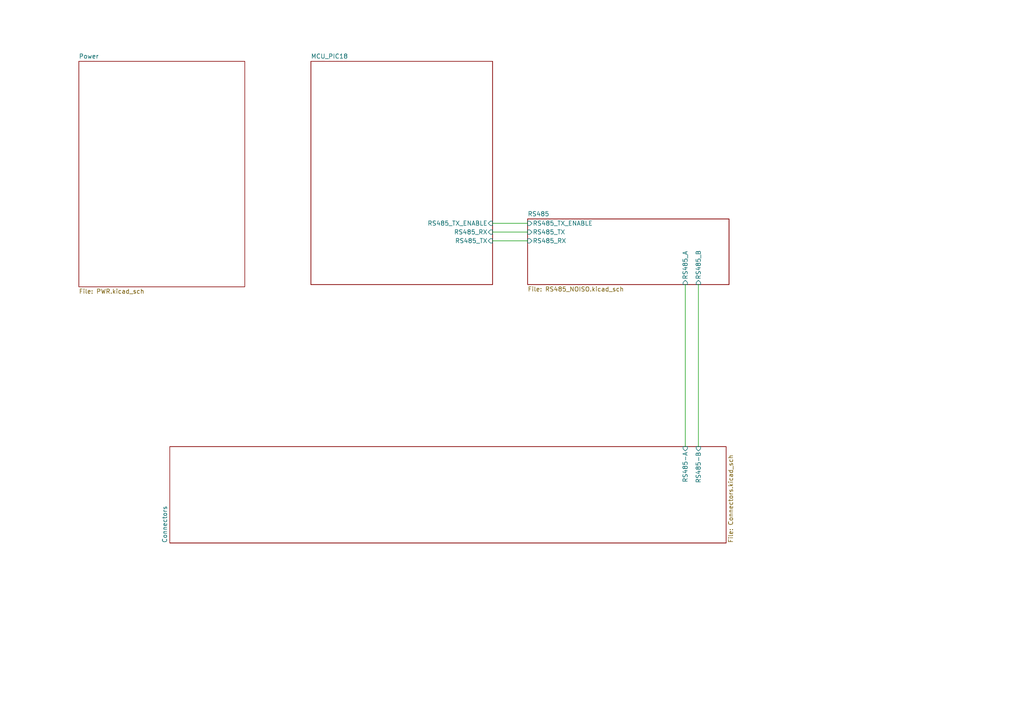
<source format=kicad_sch>
(kicad_sch
	(version 20231120)
	(generator "eeschema")
	(generator_version "8.0")
	(uuid "39f6a29b-973f-4b6e-a1cb-3dcd9df291ad")
	(paper "A4")
	(lib_symbols)
	(wire
		(pts
			(xy 142.875 69.85) (xy 153.035 69.85)
		)
		(stroke
			(width 0)
			(type default)
		)
		(uuid "1ee86b3b-2128-4400-b338-4400a8630987")
	)
	(wire
		(pts
			(xy 202.565 82.55) (xy 202.565 129.54)
		)
		(stroke
			(width 0)
			(type default)
		)
		(uuid "45597883-9417-40d8-9903-46579559d683")
	)
	(wire
		(pts
			(xy 142.875 67.31) (xy 153.035 67.31)
		)
		(stroke
			(width 0)
			(type default)
		)
		(uuid "8efa7b62-e43b-4ddd-877e-a2ed131be4a9")
	)
	(wire
		(pts
			(xy 142.875 64.77) (xy 153.035 64.77)
		)
		(stroke
			(width 0)
			(type default)
		)
		(uuid "a7e18eb9-f553-47bf-9db1-95a063242342")
	)
	(wire
		(pts
			(xy 198.755 82.55) (xy 198.755 129.54)
		)
		(stroke
			(width 0)
			(type default)
		)
		(uuid "e5d889df-1257-4d6d-8edb-6f43e3209d1c")
	)
	(sheet
		(at 153.035 63.5)
		(size 58.42 19.05)
		(fields_autoplaced yes)
		(stroke
			(width 0.1524)
			(type solid)
		)
		(fill
			(color 0 0 0 0.0000)
		)
		(uuid "26ec27e4-d777-4f35-98df-b92fd6293df7")
		(property "Sheetname" "RS485"
			(at 153.035 62.7884 0)
			(effects
				(font
					(size 1.27 1.27)
				)
				(justify left bottom)
			)
		)
		(property "Sheetfile" "RS485_NOISO.kicad_sch"
			(at 153.035 83.1346 0)
			(effects
				(font
					(size 1.27 1.27)
				)
				(justify left top)
			)
		)
		(pin "RS485_B" input
			(at 202.565 82.55 270)
			(effects
				(font
					(size 1.27 1.27)
				)
				(justify left)
			)
			(uuid "937a1b8d-975c-4831-b370-c18e3927142b")
		)
		(pin "RS485_A" input
			(at 198.755 82.55 270)
			(effects
				(font
					(size 1.27 1.27)
				)
				(justify left)
			)
			(uuid "98f60e71-3bb5-4be7-ab05-024371c20a3e")
		)
		(pin "RS485_TX_ENABLE" input
			(at 153.035 64.77 180)
			(effects
				(font
					(size 1.27 1.27)
				)
				(justify left)
			)
			(uuid "6b65738c-1584-4ab7-815e-dabbee83e843")
		)
		(pin "RS485_RX" input
			(at 153.035 69.85 180)
			(effects
				(font
					(size 1.27 1.27)
				)
				(justify left)
			)
			(uuid "4112d646-4af2-4ec0-ba85-fa620cd2e073")
		)
		(pin "RS485_TX" input
			(at 153.035 67.31 180)
			(effects
				(font
					(size 1.27 1.27)
				)
				(justify left)
			)
			(uuid "0cf0fc28-a044-42d6-989a-6b07e7ddc98b")
		)
		(instances
			(project "TinySensor_001_MCU"
				(path "/39f6a29b-973f-4b6e-a1cb-3dcd9df291ad"
					(page "5")
				)
			)
		)
	)
	(sheet
		(at 90.17 17.78)
		(size 52.705 64.77)
		(fields_autoplaced yes)
		(stroke
			(width 0.1524)
			(type solid)
		)
		(fill
			(color 0 0 0 0.0000)
		)
		(uuid "6e014fae-58b4-41cc-80e2-86be739bd9bb")
		(property "Sheetname" "MCU_PIC18"
			(at 90.17 17.0684 0)
			(effects
				(font
					(size 1.27 1.27)
				)
				(justify left bottom)
			)
		)
		(property "Sheetfile" "MCU_PIC18.kicad_sch"
			(at 90.17 83.1346 0)
			(effects
				(font
					(size 1.27 1.27)
				)
				(justify left top)
				(hide yes)
			)
		)
		(pin "RS485_TX_ENABLE" input
			(at 142.875 64.77 0)
			(effects
				(font
					(size 1.27 1.27)
				)
				(justify right)
			)
			(uuid "3a192f39-4eb7-4bf9-8e93-fa3882ce442f")
		)
		(pin "RS485_TX" input
			(at 142.875 69.85 0)
			(effects
				(font
					(size 1.27 1.27)
				)
				(justify right)
			)
			(uuid "f9dff493-4d71-4dba-9964-9d20c8453b60")
		)
		(pin "RS485_RX" input
			(at 142.875 67.31 0)
			(effects
				(font
					(size 1.27 1.27)
				)
				(justify right)
			)
			(uuid "6acc22cc-7b01-47fb-90d2-5877c3de0851")
		)
		(instances
			(project "TinySensor_001_MCU"
				(path "/39f6a29b-973f-4b6e-a1cb-3dcd9df291ad"
					(page "2")
				)
			)
		)
	)
	(sheet
		(at 49.24 129.54)
		(size 161.38 27.94)
		(fields_autoplaced yes)
		(stroke
			(width 0.1524)
			(type solid)
		)
		(fill
			(color 0 0 0 0.0000)
		)
		(uuid "af02d003-2b0f-4978-8184-4be8fa740f0e")
		(property "Sheetname" "Connectors"
			(at 48.5284 157.48 90)
			(effects
				(font
					(size 1.27 1.27)
				)
				(justify left bottom)
			)
		)
		(property "Sheetfile" "Connectors.kicad_sch"
			(at 211.2046 157.48 90)
			(effects
				(font
					(size 1.27 1.27)
				)
				(justify left top)
			)
		)
		(pin "RS485-A" input
			(at 198.755 129.54 90)
			(effects
				(font
					(size 1.27 1.27)
				)
				(justify right)
			)
			(uuid "64b9e712-1843-4e6f-b4ae-9438ff6a49dc")
		)
		(pin "RS485-B" input
			(at 202.565 129.54 90)
			(effects
				(font
					(size 1.27 1.27)
				)
				(justify right)
			)
			(uuid "aafd9d43-7f2c-471b-b93b-ccc02ab39046")
		)
		(instances
			(project "TinySensor_001_MCU"
				(path "/39f6a29b-973f-4b6e-a1cb-3dcd9df291ad"
					(page "6")
				)
			)
		)
	)
	(sheet
		(at 22.86 17.78)
		(size 48.133 65.405)
		(fields_autoplaced yes)
		(stroke
			(width 0.1524)
			(type solid)
		)
		(fill
			(color 0 0 0 0.0000)
		)
		(uuid "dde8778c-8e59-40c2-9295-c9e95a94fbd0")
		(property "Sheetname" "Power"
			(at 22.86 17.0684 0)
			(effects
				(font
					(size 1.27 1.27)
				)
				(justify left bottom)
			)
		)
		(property "Sheetfile" "PWR.kicad_sch"
			(at 22.86 83.7696 0)
			(effects
				(font
					(size 1.27 1.27)
				)
				(justify left top)
			)
		)
		(instances
			(project "TinySensor_001_MCU"
				(path "/39f6a29b-973f-4b6e-a1cb-3dcd9df291ad"
					(page "3")
				)
			)
		)
	)
	(sheet_instances
		(path "/"
			(page "1")
		)
	)
)
</source>
